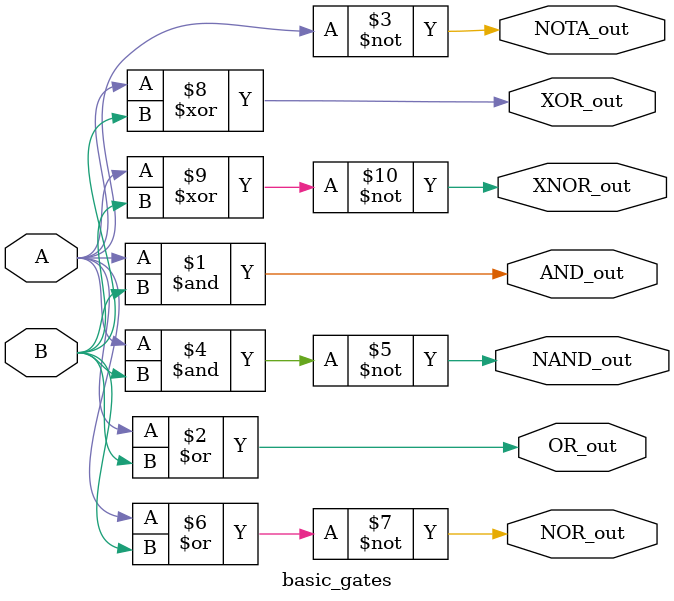
<source format=v>
module basic_gates (
	input wire A, B,
	output wire AND_out,
	output wire OR_out,
	output wire NOTA_out,
	output wire NAND_out,
	output wire NOR_out,
	output wire XOR_out,
	output wire XNOR_out
);
assign AND_out = A & B;
assign OR_out = A | B;
assign NOTA_out = ~A;
assign NAND_out = ~(A & B);
assign NOR_out = ~(A | B);
assign XOR_out = A ^ B;
assign XNOR_out = ~(A ^ B);

endmodule

</source>
